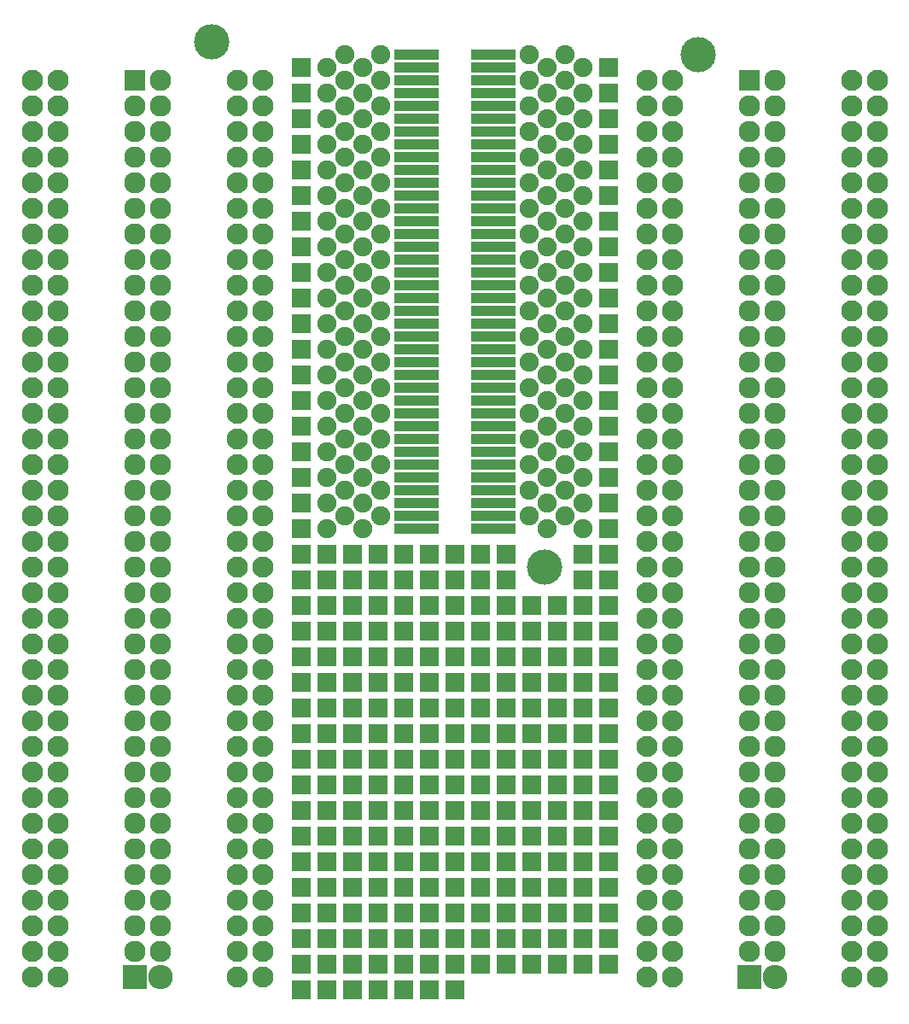
<source format=gts>
G04 #@! TF.FileFunction,Soldermask,Top*
%FSLAX46Y46*%
G04 Gerber Fmt 4.6, Leading zero omitted, Abs format (unit mm)*
G04 Created by KiCad (PCBNEW 4.0.0-2.201512062335+6193~38~ubuntu15.10.1-stable) date ti 19. tammikuuta 2016 16.11.54*
%MOMM*%
G01*
G04 APERTURE LIST*
%ADD10C,0.100000*%
%ADD11R,2.432000X2.432000*%
%ADD12O,2.432000X2.432000*%
%ADD13R,1.900000X1.900000*%
%ADD14R,4.400000X1.000000*%
%ADD15C,1.900000*%
%ADD16C,3.500000*%
%ADD17R,2.127200X2.127200*%
%ADD18O,2.127200X2.127200*%
%ADD19C,2.100000*%
G04 APERTURE END LIST*
D10*
D11*
X176784000Y-139192000D03*
D12*
X179324000Y-139192000D03*
D11*
X115824000Y-139192000D03*
D12*
X118364000Y-139192000D03*
D13*
X162814000Y-89662000D03*
X162814000Y-94742000D03*
X162814000Y-92202000D03*
X162814000Y-82042000D03*
X162814000Y-87122000D03*
X162814000Y-84582000D03*
X162814000Y-74422000D03*
X162814000Y-79502000D03*
X162814000Y-76962000D03*
X162814000Y-66802000D03*
X162814000Y-71882000D03*
X162814000Y-69342000D03*
X162814000Y-59182000D03*
X162814000Y-64262000D03*
X162814000Y-61722000D03*
X162814000Y-51562000D03*
X162814000Y-56642000D03*
X162814000Y-54102000D03*
X162814000Y-49022000D03*
X132334000Y-49022000D03*
X132334000Y-51562000D03*
X132334000Y-56642000D03*
X132334000Y-54102000D03*
X132334000Y-59182000D03*
X132334000Y-64262000D03*
X132334000Y-61722000D03*
X132334000Y-66802000D03*
X132334000Y-71882000D03*
X132334000Y-69342000D03*
X132334000Y-74422000D03*
X132334000Y-79502000D03*
X132334000Y-76962000D03*
X132334000Y-82042000D03*
X132334000Y-87122000D03*
X132334000Y-84582000D03*
X132334000Y-89662000D03*
X132334000Y-94742000D03*
X132334000Y-92202000D03*
X160274000Y-97282000D03*
X160274000Y-99822000D03*
X162814000Y-135382000D03*
X162814000Y-137922000D03*
X162814000Y-127762000D03*
X162814000Y-132842000D03*
X162814000Y-130302000D03*
X162814000Y-120142000D03*
X162814000Y-125222000D03*
X162814000Y-122682000D03*
X162814000Y-112522000D03*
X162814000Y-117602000D03*
X162814000Y-115062000D03*
X162814000Y-104902000D03*
X162814000Y-109982000D03*
X162814000Y-107442000D03*
X162814000Y-97282000D03*
X162814000Y-102362000D03*
X162814000Y-99822000D03*
X132334000Y-135382000D03*
X134874000Y-135382000D03*
X137414000Y-135382000D03*
X137414000Y-137922000D03*
X137414000Y-140462000D03*
X134874000Y-140462000D03*
X132334000Y-140462000D03*
X132334000Y-137922000D03*
X134874000Y-137922000D03*
X132334000Y-127762000D03*
X134874000Y-127762000D03*
X137414000Y-127762000D03*
X137414000Y-130302000D03*
X137414000Y-132842000D03*
X134874000Y-132842000D03*
X132334000Y-132842000D03*
X132334000Y-130302000D03*
X134874000Y-130302000D03*
X132334000Y-120142000D03*
X134874000Y-120142000D03*
X137414000Y-120142000D03*
X137414000Y-122682000D03*
X137414000Y-125222000D03*
X134874000Y-125222000D03*
X132334000Y-125222000D03*
X132334000Y-122682000D03*
X134874000Y-122682000D03*
X132334000Y-112522000D03*
X134874000Y-112522000D03*
X137414000Y-112522000D03*
X137414000Y-115062000D03*
X137414000Y-117602000D03*
X134874000Y-117602000D03*
X132334000Y-117602000D03*
X132334000Y-115062000D03*
X134874000Y-115062000D03*
X139954000Y-135382000D03*
X142494000Y-135382000D03*
X145034000Y-135382000D03*
X145034000Y-137922000D03*
X145034000Y-140462000D03*
X142494000Y-140462000D03*
X139954000Y-140462000D03*
X139954000Y-137922000D03*
X142494000Y-137922000D03*
X139954000Y-127762000D03*
X142494000Y-127762000D03*
X145034000Y-127762000D03*
X145034000Y-130302000D03*
X145034000Y-132842000D03*
X142494000Y-132842000D03*
X139954000Y-132842000D03*
X139954000Y-130302000D03*
X142494000Y-130302000D03*
X139954000Y-120142000D03*
X142494000Y-120142000D03*
X145034000Y-120142000D03*
X145034000Y-122682000D03*
X145034000Y-125222000D03*
X142494000Y-125222000D03*
X139954000Y-125222000D03*
X139954000Y-122682000D03*
X142494000Y-122682000D03*
X139954000Y-112522000D03*
X142494000Y-112522000D03*
X145034000Y-112522000D03*
X145034000Y-115062000D03*
X145034000Y-117602000D03*
X142494000Y-117602000D03*
X139954000Y-117602000D03*
X139954000Y-115062000D03*
X142494000Y-115062000D03*
X147574000Y-135382000D03*
X150114000Y-135382000D03*
X152654000Y-135382000D03*
X152654000Y-137922000D03*
X147574000Y-140462000D03*
X147574000Y-137922000D03*
X150114000Y-137922000D03*
X147574000Y-127762000D03*
X150114000Y-127762000D03*
X152654000Y-127762000D03*
X152654000Y-130302000D03*
X152654000Y-132842000D03*
X150114000Y-132842000D03*
X147574000Y-132842000D03*
X147574000Y-130302000D03*
X150114000Y-130302000D03*
X147574000Y-120142000D03*
X150114000Y-120142000D03*
X152654000Y-120142000D03*
X152654000Y-122682000D03*
X152654000Y-125222000D03*
X150114000Y-125222000D03*
X147574000Y-125222000D03*
X147574000Y-122682000D03*
X150114000Y-122682000D03*
X147574000Y-112522000D03*
X150114000Y-112522000D03*
X152654000Y-112522000D03*
X152654000Y-115062000D03*
X152654000Y-117602000D03*
X150114000Y-117602000D03*
X147574000Y-117602000D03*
X147574000Y-115062000D03*
X150114000Y-115062000D03*
X155194000Y-132842000D03*
X157734000Y-132842000D03*
X160274000Y-132842000D03*
X160274000Y-135382000D03*
X160274000Y-137922000D03*
X157734000Y-137922000D03*
X155194000Y-137922000D03*
X155194000Y-135382000D03*
X157734000Y-135382000D03*
X155194000Y-125222000D03*
X157734000Y-125222000D03*
X160274000Y-125222000D03*
X160274000Y-127762000D03*
X160274000Y-130302000D03*
X157734000Y-130302000D03*
X155194000Y-130302000D03*
X155194000Y-127762000D03*
X157734000Y-127762000D03*
X155194000Y-117602000D03*
X157734000Y-117602000D03*
X160274000Y-117602000D03*
X160274000Y-120142000D03*
X160274000Y-122682000D03*
X157734000Y-122682000D03*
X155194000Y-122682000D03*
X155194000Y-120142000D03*
X157734000Y-120142000D03*
X155194000Y-109982000D03*
X157734000Y-109982000D03*
X160274000Y-109982000D03*
X160274000Y-112522000D03*
X160274000Y-115062000D03*
X157734000Y-115062000D03*
X155194000Y-115062000D03*
X155194000Y-112522000D03*
X157734000Y-112522000D03*
X155194000Y-102362000D03*
X157734000Y-102362000D03*
X160274000Y-102362000D03*
X160274000Y-104902000D03*
X160274000Y-107442000D03*
X157734000Y-107442000D03*
X155194000Y-107442000D03*
X155194000Y-104902000D03*
X157734000Y-104902000D03*
X147574000Y-104902000D03*
X150114000Y-104902000D03*
X152654000Y-104902000D03*
X152654000Y-107442000D03*
X152654000Y-109982000D03*
X150114000Y-109982000D03*
X147574000Y-109982000D03*
X147574000Y-107442000D03*
X150114000Y-107442000D03*
X139954000Y-104902000D03*
X142494000Y-104902000D03*
X145034000Y-104902000D03*
X145034000Y-107442000D03*
X145034000Y-109982000D03*
X142494000Y-109982000D03*
X139954000Y-109982000D03*
X139954000Y-107442000D03*
X142494000Y-107442000D03*
X132334000Y-104902000D03*
X134874000Y-104902000D03*
X137414000Y-104902000D03*
X137414000Y-107442000D03*
X137414000Y-109982000D03*
X134874000Y-109982000D03*
X132334000Y-109982000D03*
X132334000Y-107442000D03*
X134874000Y-107442000D03*
X132334000Y-97282000D03*
X134874000Y-97282000D03*
X137414000Y-97282000D03*
X137414000Y-99822000D03*
X137414000Y-102362000D03*
X134874000Y-102362000D03*
X132334000Y-102362000D03*
X132334000Y-99822000D03*
X134874000Y-99822000D03*
X139954000Y-97282000D03*
X142494000Y-97282000D03*
X145034000Y-97282000D03*
X145034000Y-99822000D03*
X145034000Y-102362000D03*
X142494000Y-102362000D03*
X139954000Y-102362000D03*
X139954000Y-99822000D03*
X142494000Y-99822000D03*
D14*
X143764000Y-93472000D03*
X151384000Y-93472000D03*
X143764000Y-94742000D03*
X151384000Y-94742000D03*
D15*
X140208000Y-93472000D03*
X136652000Y-93472000D03*
X138430000Y-94742000D03*
X134874000Y-94742000D03*
X156718000Y-94742000D03*
X160274000Y-94742000D03*
X154940000Y-93472000D03*
X158496000Y-93472000D03*
D14*
X143764000Y-90932000D03*
X151384000Y-90932000D03*
X143764000Y-92202000D03*
X151384000Y-92202000D03*
D15*
X140208000Y-90932000D03*
X136652000Y-90932000D03*
X138430000Y-92202000D03*
X134874000Y-92202000D03*
X156718000Y-92202000D03*
X160274000Y-92202000D03*
X154940000Y-90932000D03*
X158496000Y-90932000D03*
D14*
X143764000Y-88392000D03*
X151384000Y-88392000D03*
X143764000Y-89662000D03*
X151384000Y-89662000D03*
D15*
X140208000Y-88392000D03*
X136652000Y-88392000D03*
X138430000Y-89662000D03*
X134874000Y-89662000D03*
X156718000Y-89662000D03*
X160274000Y-89662000D03*
X154940000Y-88392000D03*
X158496000Y-88392000D03*
D14*
X143764000Y-85852000D03*
X151384000Y-85852000D03*
X143764000Y-87122000D03*
X151384000Y-87122000D03*
D15*
X140208000Y-85852000D03*
X136652000Y-85852000D03*
X138430000Y-87122000D03*
X134874000Y-87122000D03*
X156718000Y-87122000D03*
X160274000Y-87122000D03*
X154940000Y-85852000D03*
X158496000Y-85852000D03*
D14*
X143764000Y-83312000D03*
X151384000Y-83312000D03*
X143764000Y-84582000D03*
X151384000Y-84582000D03*
D15*
X140208000Y-83312000D03*
X136652000Y-83312000D03*
X138430000Y-84582000D03*
X134874000Y-84582000D03*
X156718000Y-84582000D03*
X160274000Y-84582000D03*
X154940000Y-83312000D03*
X158496000Y-83312000D03*
D14*
X143764000Y-80772000D03*
X151384000Y-80772000D03*
X143764000Y-82042000D03*
X151384000Y-82042000D03*
D15*
X140208000Y-80772000D03*
X136652000Y-80772000D03*
X138430000Y-82042000D03*
X134874000Y-82042000D03*
X156718000Y-82042000D03*
X160274000Y-82042000D03*
X154940000Y-80772000D03*
X158496000Y-80772000D03*
D14*
X143764000Y-78232000D03*
X151384000Y-78232000D03*
X143764000Y-79502000D03*
X151384000Y-79502000D03*
D15*
X140208000Y-78232000D03*
X136652000Y-78232000D03*
X138430000Y-79502000D03*
X134874000Y-79502000D03*
X156718000Y-79502000D03*
X160274000Y-79502000D03*
X154940000Y-78232000D03*
X158496000Y-78232000D03*
D14*
X143764000Y-75692000D03*
X151384000Y-75692000D03*
X143764000Y-76962000D03*
X151384000Y-76962000D03*
D15*
X140208000Y-75692000D03*
X136652000Y-75692000D03*
X138430000Y-76962000D03*
X134874000Y-76962000D03*
X156718000Y-76962000D03*
X160274000Y-76962000D03*
X154940000Y-75692000D03*
X158496000Y-75692000D03*
D14*
X143764000Y-73152000D03*
X151384000Y-73152000D03*
X143764000Y-74422000D03*
X151384000Y-74422000D03*
D15*
X140208000Y-73152000D03*
X136652000Y-73152000D03*
X138430000Y-74422000D03*
X134874000Y-74422000D03*
X156718000Y-74422000D03*
X160274000Y-74422000D03*
X154940000Y-73152000D03*
X158496000Y-73152000D03*
D14*
X143764000Y-70612000D03*
X151384000Y-70612000D03*
X143764000Y-71882000D03*
X151384000Y-71882000D03*
D15*
X140208000Y-70612000D03*
X136652000Y-70612000D03*
X138430000Y-71882000D03*
X134874000Y-71882000D03*
X156718000Y-71882000D03*
X160274000Y-71882000D03*
X154940000Y-70612000D03*
X158496000Y-70612000D03*
D14*
X143764000Y-68072000D03*
X151384000Y-68072000D03*
X143764000Y-69342000D03*
X151384000Y-69342000D03*
D15*
X140208000Y-68072000D03*
X136652000Y-68072000D03*
X138430000Y-69342000D03*
X134874000Y-69342000D03*
X156718000Y-69342000D03*
X160274000Y-69342000D03*
X154940000Y-68072000D03*
X158496000Y-68072000D03*
D14*
X143764000Y-65532000D03*
X151384000Y-65532000D03*
X143764000Y-66802000D03*
X151384000Y-66802000D03*
D15*
X140208000Y-65532000D03*
X136652000Y-65532000D03*
X138430000Y-66802000D03*
X134874000Y-66802000D03*
X156718000Y-66802000D03*
X160274000Y-66802000D03*
X154940000Y-65532000D03*
X158496000Y-65532000D03*
D14*
X143764000Y-62992000D03*
X151384000Y-62992000D03*
X143764000Y-64262000D03*
X151384000Y-64262000D03*
D15*
X140208000Y-62992000D03*
X136652000Y-62992000D03*
X138430000Y-64262000D03*
X134874000Y-64262000D03*
X156718000Y-64262000D03*
X160274000Y-64262000D03*
X154940000Y-62992000D03*
X158496000Y-62992000D03*
D14*
X143764000Y-60452000D03*
X151384000Y-60452000D03*
X143764000Y-61722000D03*
X151384000Y-61722000D03*
D15*
X140208000Y-60452000D03*
X136652000Y-60452000D03*
X138430000Y-61722000D03*
X134874000Y-61722000D03*
X156718000Y-61722000D03*
X160274000Y-61722000D03*
X154940000Y-60452000D03*
X158496000Y-60452000D03*
D14*
X143764000Y-57912000D03*
X151384000Y-57912000D03*
X143764000Y-59182000D03*
X151384000Y-59182000D03*
D15*
X140208000Y-57912000D03*
X136652000Y-57912000D03*
X138430000Y-59182000D03*
X134874000Y-59182000D03*
X156718000Y-59182000D03*
X160274000Y-59182000D03*
X154940000Y-57912000D03*
X158496000Y-57912000D03*
D14*
X143764000Y-55372000D03*
X151384000Y-55372000D03*
X143764000Y-56642000D03*
X151384000Y-56642000D03*
D15*
X140208000Y-55372000D03*
X136652000Y-55372000D03*
X138430000Y-56642000D03*
X134874000Y-56642000D03*
X156718000Y-56642000D03*
X160274000Y-56642000D03*
X154940000Y-55372000D03*
X158496000Y-55372000D03*
D14*
X143764000Y-52832000D03*
X151384000Y-52832000D03*
X143764000Y-54102000D03*
X151384000Y-54102000D03*
D15*
X140208000Y-52832000D03*
X136652000Y-52832000D03*
X138430000Y-54102000D03*
X134874000Y-54102000D03*
X156718000Y-54102000D03*
X160274000Y-54102000D03*
X154940000Y-52832000D03*
X158496000Y-52832000D03*
D14*
X143764000Y-50292000D03*
X151384000Y-50292000D03*
X143764000Y-51562000D03*
X151384000Y-51562000D03*
D15*
X140208000Y-50292000D03*
X136652000Y-50292000D03*
X138430000Y-51562000D03*
X134874000Y-51562000D03*
X156718000Y-51562000D03*
X160274000Y-51562000D03*
X154940000Y-50292000D03*
X158496000Y-50292000D03*
D16*
X156464000Y-98552000D03*
X123444000Y-46482000D03*
D17*
X115824000Y-50292000D03*
D18*
X118364000Y-50292000D03*
X115824000Y-52832000D03*
X118364000Y-52832000D03*
X115824000Y-55372000D03*
X118364000Y-55372000D03*
X115824000Y-57912000D03*
X118364000Y-57912000D03*
X115824000Y-60452000D03*
X118364000Y-60452000D03*
X115824000Y-62992000D03*
X118364000Y-62992000D03*
X115824000Y-65532000D03*
X118364000Y-65532000D03*
X115824000Y-68072000D03*
X118364000Y-68072000D03*
X115824000Y-70612000D03*
X118364000Y-70612000D03*
X115824000Y-73152000D03*
X118364000Y-73152000D03*
X115824000Y-75692000D03*
X118364000Y-75692000D03*
X115824000Y-78232000D03*
X118364000Y-78232000D03*
X115824000Y-80772000D03*
X118364000Y-80772000D03*
X115824000Y-83312000D03*
X118364000Y-83312000D03*
X115824000Y-85852000D03*
X118364000Y-85852000D03*
X115824000Y-88392000D03*
X118364000Y-88392000D03*
X115824000Y-90932000D03*
X118364000Y-90932000D03*
X115824000Y-93472000D03*
X118364000Y-93472000D03*
X115824000Y-96012000D03*
X118364000Y-96012000D03*
X115824000Y-98552000D03*
X118364000Y-98552000D03*
X115824000Y-101092000D03*
X118364000Y-101092000D03*
X115824000Y-103632000D03*
X118364000Y-103632000D03*
X115824000Y-106172000D03*
X118364000Y-106172000D03*
X115824000Y-108712000D03*
X118364000Y-108712000D03*
X115824000Y-111252000D03*
X118364000Y-111252000D03*
X115824000Y-113792000D03*
X118364000Y-113792000D03*
X115824000Y-116332000D03*
X118364000Y-116332000D03*
X115824000Y-118872000D03*
X118364000Y-118872000D03*
X115824000Y-121412000D03*
X118364000Y-121412000D03*
X115824000Y-123952000D03*
X118364000Y-123952000D03*
X115824000Y-126492000D03*
X118364000Y-126492000D03*
X115824000Y-129032000D03*
X118364000Y-129032000D03*
X115824000Y-131572000D03*
X118364000Y-131572000D03*
X115824000Y-134112000D03*
X118364000Y-134112000D03*
X115824000Y-136652000D03*
X118364000Y-136652000D03*
D17*
X176784000Y-50292000D03*
D18*
X179324000Y-50292000D03*
X176784000Y-52832000D03*
X179324000Y-52832000D03*
X176784000Y-55372000D03*
X179324000Y-55372000D03*
X176784000Y-57912000D03*
X179324000Y-57912000D03*
X176784000Y-60452000D03*
X179324000Y-60452000D03*
X176784000Y-62992000D03*
X179324000Y-62992000D03*
X176784000Y-65532000D03*
X179324000Y-65532000D03*
X176784000Y-68072000D03*
X179324000Y-68072000D03*
X176784000Y-70612000D03*
X179324000Y-70612000D03*
X176784000Y-73152000D03*
X179324000Y-73152000D03*
X176784000Y-75692000D03*
X179324000Y-75692000D03*
X176784000Y-78232000D03*
X179324000Y-78232000D03*
X176784000Y-80772000D03*
X179324000Y-80772000D03*
X176784000Y-83312000D03*
X179324000Y-83312000D03*
X176784000Y-85852000D03*
X179324000Y-85852000D03*
X176784000Y-88392000D03*
X179324000Y-88392000D03*
X176784000Y-90932000D03*
X179324000Y-90932000D03*
X176784000Y-93472000D03*
X179324000Y-93472000D03*
X176784000Y-96012000D03*
X179324000Y-96012000D03*
X176784000Y-98552000D03*
X179324000Y-98552000D03*
X176784000Y-101092000D03*
X179324000Y-101092000D03*
X176784000Y-103632000D03*
X179324000Y-103632000D03*
X176784000Y-106172000D03*
X179324000Y-106172000D03*
X176784000Y-108712000D03*
X179324000Y-108712000D03*
X176784000Y-111252000D03*
X179324000Y-111252000D03*
X176784000Y-113792000D03*
X179324000Y-113792000D03*
X176784000Y-116332000D03*
X179324000Y-116332000D03*
X176784000Y-118872000D03*
X179324000Y-118872000D03*
X176784000Y-121412000D03*
X179324000Y-121412000D03*
X176784000Y-123952000D03*
X179324000Y-123952000D03*
X176784000Y-126492000D03*
X179324000Y-126492000D03*
X176784000Y-129032000D03*
X179324000Y-129032000D03*
X176784000Y-131572000D03*
X179324000Y-131572000D03*
X176784000Y-134112000D03*
X179324000Y-134112000D03*
X176784000Y-136652000D03*
X179324000Y-136652000D03*
D19*
X105664000Y-50292000D03*
X108204000Y-50292000D03*
X105664000Y-52832000D03*
X108204000Y-52832000D03*
X105664000Y-55372000D03*
X108204000Y-55372000D03*
X105664000Y-57912000D03*
X108204000Y-57912000D03*
X105664000Y-60452000D03*
X108204000Y-60452000D03*
X105664000Y-62992000D03*
X108204000Y-62992000D03*
X105664000Y-65532000D03*
X108204000Y-65532000D03*
X105664000Y-68072000D03*
X108204000Y-68072000D03*
X105664000Y-70612000D03*
X108204000Y-70612000D03*
X105664000Y-73152000D03*
X108204000Y-73152000D03*
X105664000Y-75692000D03*
X108204000Y-75692000D03*
X105664000Y-78232000D03*
X108204000Y-78232000D03*
X105664000Y-80772000D03*
X108204000Y-80772000D03*
X105664000Y-83312000D03*
X108204000Y-83312000D03*
X105664000Y-85852000D03*
X108204000Y-85852000D03*
X105664000Y-88392000D03*
X108204000Y-88392000D03*
X105664000Y-90932000D03*
X108204000Y-90932000D03*
X105664000Y-93472000D03*
X108204000Y-93472000D03*
X105664000Y-96012000D03*
X108204000Y-96012000D03*
X105664000Y-98552000D03*
X108204000Y-98552000D03*
X105664000Y-101092000D03*
X108204000Y-101092000D03*
X105664000Y-103632000D03*
X108204000Y-103632000D03*
X105664000Y-106172000D03*
X108204000Y-106172000D03*
X105664000Y-108712000D03*
X108204000Y-108712000D03*
X105664000Y-111252000D03*
X108204000Y-111252000D03*
X105664000Y-113792000D03*
X108204000Y-113792000D03*
X105664000Y-116332000D03*
X108204000Y-116332000D03*
X105664000Y-118872000D03*
X108204000Y-118872000D03*
X105664000Y-121412000D03*
X108204000Y-121412000D03*
X105664000Y-123952000D03*
X108204000Y-123952000D03*
X105664000Y-126492000D03*
X108204000Y-126492000D03*
X105664000Y-129032000D03*
X108204000Y-129032000D03*
X105664000Y-131572000D03*
X108204000Y-131572000D03*
X105664000Y-134112000D03*
X108204000Y-134112000D03*
X105664000Y-136652000D03*
X108204000Y-136652000D03*
X128524000Y-50292000D03*
X125984000Y-50292000D03*
X128524000Y-52832000D03*
X125984000Y-52832000D03*
X128524000Y-55372000D03*
X125984000Y-55372000D03*
X128524000Y-57912000D03*
X125984000Y-57912000D03*
X128524000Y-60452000D03*
X125984000Y-60452000D03*
X128524000Y-62992000D03*
X125984000Y-62992000D03*
X128524000Y-65532000D03*
X125984000Y-65532000D03*
X128524000Y-68072000D03*
X125984000Y-68072000D03*
X128524000Y-70612000D03*
X125984000Y-70612000D03*
X128524000Y-73152000D03*
X125984000Y-73152000D03*
X128524000Y-75692000D03*
X125984000Y-75692000D03*
X128524000Y-78232000D03*
X125984000Y-78232000D03*
X128524000Y-80772000D03*
X125984000Y-80772000D03*
X128524000Y-83312000D03*
X125984000Y-83312000D03*
X128524000Y-85852000D03*
X125984000Y-85852000D03*
X128524000Y-88392000D03*
X125984000Y-88392000D03*
X128524000Y-90932000D03*
X125984000Y-90932000D03*
X128524000Y-93472000D03*
X125984000Y-93472000D03*
X128524000Y-96012000D03*
X125984000Y-96012000D03*
X128524000Y-98552000D03*
X125984000Y-98552000D03*
X128524000Y-101092000D03*
X125984000Y-101092000D03*
X128524000Y-103632000D03*
X125984000Y-103632000D03*
X128524000Y-106172000D03*
X125984000Y-106172000D03*
X128524000Y-108712000D03*
X125984000Y-108712000D03*
X128524000Y-111252000D03*
X125984000Y-111252000D03*
X128524000Y-113792000D03*
X125984000Y-113792000D03*
X128524000Y-116332000D03*
X125984000Y-116332000D03*
X128524000Y-118872000D03*
X125984000Y-118872000D03*
X128524000Y-121412000D03*
X125984000Y-121412000D03*
X128524000Y-123952000D03*
X125984000Y-123952000D03*
X128524000Y-126492000D03*
X125984000Y-126492000D03*
X128524000Y-129032000D03*
X125984000Y-129032000D03*
X128524000Y-131572000D03*
X125984000Y-131572000D03*
X128524000Y-134112000D03*
X125984000Y-134112000D03*
X128524000Y-136652000D03*
X125984000Y-136652000D03*
X166624000Y-50292000D03*
X169164000Y-50292000D03*
X166624000Y-52832000D03*
X169164000Y-52832000D03*
X166624000Y-55372000D03*
X169164000Y-55372000D03*
X166624000Y-57912000D03*
X169164000Y-57912000D03*
X166624000Y-60452000D03*
X169164000Y-60452000D03*
X166624000Y-62992000D03*
X169164000Y-62992000D03*
X166624000Y-65532000D03*
X169164000Y-65532000D03*
X166624000Y-68072000D03*
X169164000Y-68072000D03*
X166624000Y-70612000D03*
X169164000Y-70612000D03*
X166624000Y-73152000D03*
X169164000Y-73152000D03*
X166624000Y-75692000D03*
X169164000Y-75692000D03*
X166624000Y-78232000D03*
X169164000Y-78232000D03*
X166624000Y-80772000D03*
X169164000Y-80772000D03*
X166624000Y-83312000D03*
X169164000Y-83312000D03*
X166624000Y-85852000D03*
X169164000Y-85852000D03*
X166624000Y-88392000D03*
X169164000Y-88392000D03*
X166624000Y-90932000D03*
X169164000Y-90932000D03*
X166624000Y-93472000D03*
X169164000Y-93472000D03*
X166624000Y-96012000D03*
X169164000Y-96012000D03*
X166624000Y-98552000D03*
X169164000Y-98552000D03*
X166624000Y-101092000D03*
X169164000Y-101092000D03*
X166624000Y-103632000D03*
X169164000Y-103632000D03*
X166624000Y-106172000D03*
X169164000Y-106172000D03*
X166624000Y-108712000D03*
X169164000Y-108712000D03*
X166624000Y-111252000D03*
X169164000Y-111252000D03*
X166624000Y-113792000D03*
X169164000Y-113792000D03*
X166624000Y-116332000D03*
X169164000Y-116332000D03*
X166624000Y-118872000D03*
X169164000Y-118872000D03*
X166624000Y-121412000D03*
X169164000Y-121412000D03*
X166624000Y-123952000D03*
X169164000Y-123952000D03*
X166624000Y-126492000D03*
X169164000Y-126492000D03*
X166624000Y-129032000D03*
X169164000Y-129032000D03*
X166624000Y-131572000D03*
X169164000Y-131572000D03*
X166624000Y-134112000D03*
X169164000Y-134112000D03*
X166624000Y-136652000D03*
X169164000Y-136652000D03*
X189484000Y-50292000D03*
X186944000Y-50292000D03*
X189484000Y-52832000D03*
X186944000Y-52832000D03*
X189484000Y-55372000D03*
X186944000Y-55372000D03*
X189484000Y-57912000D03*
X186944000Y-57912000D03*
X189484000Y-60452000D03*
X186944000Y-60452000D03*
X189484000Y-62992000D03*
X186944000Y-62992000D03*
X189484000Y-65532000D03*
X186944000Y-65532000D03*
X189484000Y-68072000D03*
X186944000Y-68072000D03*
X189484000Y-70612000D03*
X186944000Y-70612000D03*
X189484000Y-73152000D03*
X186944000Y-73152000D03*
X189484000Y-75692000D03*
X186944000Y-75692000D03*
X189484000Y-78232000D03*
X186944000Y-78232000D03*
X189484000Y-80772000D03*
X186944000Y-80772000D03*
X189484000Y-83312000D03*
X186944000Y-83312000D03*
X189484000Y-85852000D03*
X186944000Y-85852000D03*
X189484000Y-88392000D03*
X186944000Y-88392000D03*
X189484000Y-90932000D03*
X186944000Y-90932000D03*
X189484000Y-93472000D03*
X186944000Y-93472000D03*
X189484000Y-96012000D03*
X186944000Y-96012000D03*
X189484000Y-98552000D03*
X186944000Y-98552000D03*
X189484000Y-101092000D03*
X186944000Y-101092000D03*
X189484000Y-103632000D03*
X186944000Y-103632000D03*
X189484000Y-106172000D03*
X186944000Y-106172000D03*
X189484000Y-108712000D03*
X186944000Y-108712000D03*
X189484000Y-111252000D03*
X186944000Y-111252000D03*
X189484000Y-113792000D03*
X186944000Y-113792000D03*
X189484000Y-116332000D03*
X186944000Y-116332000D03*
X189484000Y-118872000D03*
X186944000Y-118872000D03*
X189484000Y-121412000D03*
X186944000Y-121412000D03*
X189484000Y-123952000D03*
X186944000Y-123952000D03*
X189484000Y-126492000D03*
X186944000Y-126492000D03*
X189484000Y-129032000D03*
X186944000Y-129032000D03*
X189484000Y-131572000D03*
X186944000Y-131572000D03*
X189484000Y-134112000D03*
X186944000Y-134112000D03*
X189484000Y-136652000D03*
X186944000Y-136652000D03*
X105664000Y-139192000D03*
X108204000Y-139192000D03*
X128524000Y-139192000D03*
X125984000Y-139192000D03*
X166624000Y-139192000D03*
X169164000Y-139192000D03*
X189484000Y-139192000D03*
X186944000Y-139192000D03*
D16*
X171704000Y-47752000D03*
D14*
X143764000Y-47752000D03*
X151384000Y-47752000D03*
X143764000Y-49022000D03*
X151384000Y-49022000D03*
D15*
X140208000Y-47752000D03*
X136652000Y-47752000D03*
X138430000Y-49022000D03*
X134874000Y-49022000D03*
X156718000Y-49022000D03*
X160274000Y-49022000D03*
X154940000Y-47752000D03*
X158496000Y-47752000D03*
D13*
X147574000Y-97282000D03*
X150114000Y-97282000D03*
X152654000Y-97282000D03*
X152654000Y-99822000D03*
X152654000Y-102362000D03*
X150114000Y-102362000D03*
X147574000Y-102362000D03*
X147574000Y-99822000D03*
X150114000Y-99822000D03*
M02*

</source>
